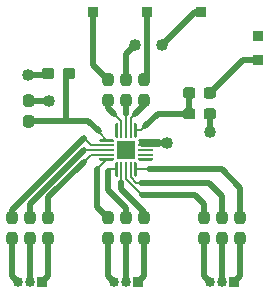
<source format=gbr>
%TF.GenerationSoftware,KiCad,Pcbnew,5.1.6+dfsg1-1~bpo10+1*%
%TF.CreationDate,2020-10-18T13:18:18-04:00*%
%TF.ProjectId,QAZ_rgb_led_breakoutboard,51415a5f-7267-4625-9f6c-65645f627265,v1.0*%
%TF.SameCoordinates,Original*%
%TF.FileFunction,Copper,L1,Top*%
%TF.FilePolarity,Positive*%
%FSLAX46Y46*%
G04 Gerber Fmt 4.6, Leading zero omitted, Abs format (unit mm)*
G04 Created by KiCad (PCBNEW 5.1.6+dfsg1-1~bpo10+1) date 2020-10-18 13:18:18*
%MOMM*%
%LPD*%
G01*
G04 APERTURE LIST*
%TA.AperFunction,ComponentPad*%
%ADD10O,0.850000X0.850000*%
%TD*%
%TA.AperFunction,ComponentPad*%
%ADD11R,0.850000X0.850000*%
%TD*%
%TA.AperFunction,ComponentPad*%
%ADD12R,1.650000X1.650000*%
%TD*%
%TA.AperFunction,ViaPad*%
%ADD13C,1.016000*%
%TD*%
%TA.AperFunction,Conductor*%
%ADD14C,0.508000*%
%TD*%
%TA.AperFunction,Conductor*%
%ADD15C,0.660400*%
%TD*%
%TA.AperFunction,Conductor*%
%ADD16C,0.203200*%
%TD*%
G04 APERTURE END LIST*
%TO.P,SB13,2*%
%TO.N,Net-(J8-Pad1)*%
%TA.AperFunction,SMDPad,CuDef*%
G36*
G01*
X146574500Y-90774000D02*
X147049500Y-90774000D01*
G75*
G02*
X147287000Y-91011500I0J-237500D01*
G01*
X147287000Y-91586500D01*
G75*
G02*
X147049500Y-91824000I-237500J0D01*
G01*
X146574500Y-91824000D01*
G75*
G02*
X146337000Y-91586500I0J237500D01*
G01*
X146337000Y-91011500D01*
G75*
G02*
X146574500Y-90774000I237500J0D01*
G01*
G37*
%TD.AperFunction*%
%TO.P,SB13,1*%
%TO.N,Net-(SB13-Pad1)*%
%TA.AperFunction,SMDPad,CuDef*%
G36*
G01*
X146574500Y-89024000D02*
X147049500Y-89024000D01*
G75*
G02*
X147287000Y-89261500I0J-237500D01*
G01*
X147287000Y-89836500D01*
G75*
G02*
X147049500Y-90074000I-237500J0D01*
G01*
X146574500Y-90074000D01*
G75*
G02*
X146337000Y-89836500I0J237500D01*
G01*
X146337000Y-89261500D01*
G75*
G02*
X146574500Y-89024000I237500J0D01*
G01*
G37*
%TD.AperFunction*%
%TD*%
%TO.P,SB12,2*%
%TO.N,Net-(J8-Pad2)*%
%TA.AperFunction,SMDPad,CuDef*%
G36*
G01*
X145050500Y-90774000D02*
X145525500Y-90774000D01*
G75*
G02*
X145763000Y-91011500I0J-237500D01*
G01*
X145763000Y-91586500D01*
G75*
G02*
X145525500Y-91824000I-237500J0D01*
G01*
X145050500Y-91824000D01*
G75*
G02*
X144813000Y-91586500I0J237500D01*
G01*
X144813000Y-91011500D01*
G75*
G02*
X145050500Y-90774000I237500J0D01*
G01*
G37*
%TD.AperFunction*%
%TO.P,SB12,1*%
%TO.N,Net-(SB12-Pad1)*%
%TA.AperFunction,SMDPad,CuDef*%
G36*
G01*
X145050500Y-89024000D02*
X145525500Y-89024000D01*
G75*
G02*
X145763000Y-89261500I0J-237500D01*
G01*
X145763000Y-89836500D01*
G75*
G02*
X145525500Y-90074000I-237500J0D01*
G01*
X145050500Y-90074000D01*
G75*
G02*
X144813000Y-89836500I0J237500D01*
G01*
X144813000Y-89261500D01*
G75*
G02*
X145050500Y-89024000I237500J0D01*
G01*
G37*
%TD.AperFunction*%
%TD*%
%TO.P,SB11,2*%
%TO.N,Net-(J8-Pad3)*%
%TA.AperFunction,SMDPad,CuDef*%
G36*
G01*
X143526500Y-90774000D02*
X144001500Y-90774000D01*
G75*
G02*
X144239000Y-91011500I0J-237500D01*
G01*
X144239000Y-91586500D01*
G75*
G02*
X144001500Y-91824000I-237500J0D01*
G01*
X143526500Y-91824000D01*
G75*
G02*
X143289000Y-91586500I0J237500D01*
G01*
X143289000Y-91011500D01*
G75*
G02*
X143526500Y-90774000I237500J0D01*
G01*
G37*
%TD.AperFunction*%
%TO.P,SB11,1*%
%TO.N,Net-(SB11-Pad1)*%
%TA.AperFunction,SMDPad,CuDef*%
G36*
G01*
X143526500Y-89024000D02*
X144001500Y-89024000D01*
G75*
G02*
X144239000Y-89261500I0J-237500D01*
G01*
X144239000Y-89836500D01*
G75*
G02*
X144001500Y-90074000I-237500J0D01*
G01*
X143526500Y-90074000D01*
G75*
G02*
X143289000Y-89836500I0J237500D01*
G01*
X143289000Y-89261500D01*
G75*
G02*
X143526500Y-89024000I237500J0D01*
G01*
G37*
%TD.AperFunction*%
%TD*%
%TO.P,SB10,2*%
%TO.N,Net-(J7-Pad1)*%
%TA.AperFunction,SMDPad,CuDef*%
G36*
G01*
X138446500Y-90774000D02*
X138921500Y-90774000D01*
G75*
G02*
X139159000Y-91011500I0J-237500D01*
G01*
X139159000Y-91586500D01*
G75*
G02*
X138921500Y-91824000I-237500J0D01*
G01*
X138446500Y-91824000D01*
G75*
G02*
X138209000Y-91586500I0J237500D01*
G01*
X138209000Y-91011500D01*
G75*
G02*
X138446500Y-90774000I237500J0D01*
G01*
G37*
%TD.AperFunction*%
%TO.P,SB10,1*%
%TO.N,Net-(SB10-Pad1)*%
%TA.AperFunction,SMDPad,CuDef*%
G36*
G01*
X138446500Y-89024000D02*
X138921500Y-89024000D01*
G75*
G02*
X139159000Y-89261500I0J-237500D01*
G01*
X139159000Y-89836500D01*
G75*
G02*
X138921500Y-90074000I-237500J0D01*
G01*
X138446500Y-90074000D01*
G75*
G02*
X138209000Y-89836500I0J237500D01*
G01*
X138209000Y-89261500D01*
G75*
G02*
X138446500Y-89024000I237500J0D01*
G01*
G37*
%TD.AperFunction*%
%TD*%
%TO.P,SB9,1*%
%TO.N,Net-(SB9-Pad1)*%
%TA.AperFunction,SMDPad,CuDef*%
G36*
G01*
X136922500Y-89024000D02*
X137397500Y-89024000D01*
G75*
G02*
X137635000Y-89261500I0J-237500D01*
G01*
X137635000Y-89836500D01*
G75*
G02*
X137397500Y-90074000I-237500J0D01*
G01*
X136922500Y-90074000D01*
G75*
G02*
X136685000Y-89836500I0J237500D01*
G01*
X136685000Y-89261500D01*
G75*
G02*
X136922500Y-89024000I237500J0D01*
G01*
G37*
%TD.AperFunction*%
%TO.P,SB9,2*%
%TO.N,Net-(J7-Pad2)*%
%TA.AperFunction,SMDPad,CuDef*%
G36*
G01*
X136922500Y-90774000D02*
X137397500Y-90774000D01*
G75*
G02*
X137635000Y-91011500I0J-237500D01*
G01*
X137635000Y-91586500D01*
G75*
G02*
X137397500Y-91824000I-237500J0D01*
G01*
X136922500Y-91824000D01*
G75*
G02*
X136685000Y-91586500I0J237500D01*
G01*
X136685000Y-91011500D01*
G75*
G02*
X136922500Y-90774000I237500J0D01*
G01*
G37*
%TD.AperFunction*%
%TD*%
%TO.P,SB8,2*%
%TO.N,Net-(J7-Pad3)*%
%TA.AperFunction,SMDPad,CuDef*%
G36*
G01*
X135398500Y-90774000D02*
X135873500Y-90774000D01*
G75*
G02*
X136111000Y-91011500I0J-237500D01*
G01*
X136111000Y-91586500D01*
G75*
G02*
X135873500Y-91824000I-237500J0D01*
G01*
X135398500Y-91824000D01*
G75*
G02*
X135161000Y-91586500I0J237500D01*
G01*
X135161000Y-91011500D01*
G75*
G02*
X135398500Y-90774000I237500J0D01*
G01*
G37*
%TD.AperFunction*%
%TO.P,SB8,1*%
%TO.N,Net-(SB8-Pad1)*%
%TA.AperFunction,SMDPad,CuDef*%
G36*
G01*
X135398500Y-89024000D02*
X135873500Y-89024000D01*
G75*
G02*
X136111000Y-89261500I0J-237500D01*
G01*
X136111000Y-89836500D01*
G75*
G02*
X135873500Y-90074000I-237500J0D01*
G01*
X135398500Y-90074000D01*
G75*
G02*
X135161000Y-89836500I0J237500D01*
G01*
X135161000Y-89261500D01*
G75*
G02*
X135398500Y-89024000I237500J0D01*
G01*
G37*
%TD.AperFunction*%
%TD*%
%TO.P,SB7,2*%
%TO.N,Net-(J6-Pad1)*%
%TA.AperFunction,SMDPad,CuDef*%
G36*
G01*
X130318500Y-90774000D02*
X130793500Y-90774000D01*
G75*
G02*
X131031000Y-91011500I0J-237500D01*
G01*
X131031000Y-91586500D01*
G75*
G02*
X130793500Y-91824000I-237500J0D01*
G01*
X130318500Y-91824000D01*
G75*
G02*
X130081000Y-91586500I0J237500D01*
G01*
X130081000Y-91011500D01*
G75*
G02*
X130318500Y-90774000I237500J0D01*
G01*
G37*
%TD.AperFunction*%
%TO.P,SB7,1*%
%TO.N,Net-(SB7-Pad1)*%
%TA.AperFunction,SMDPad,CuDef*%
G36*
G01*
X130318500Y-89024000D02*
X130793500Y-89024000D01*
G75*
G02*
X131031000Y-89261500I0J-237500D01*
G01*
X131031000Y-89836500D01*
G75*
G02*
X130793500Y-90074000I-237500J0D01*
G01*
X130318500Y-90074000D01*
G75*
G02*
X130081000Y-89836500I0J237500D01*
G01*
X130081000Y-89261500D01*
G75*
G02*
X130318500Y-89024000I237500J0D01*
G01*
G37*
%TD.AperFunction*%
%TD*%
%TO.P,SB6,2*%
%TO.N,Net-(J6-Pad2)*%
%TA.AperFunction,SMDPad,CuDef*%
G36*
G01*
X128794500Y-90774000D02*
X129269500Y-90774000D01*
G75*
G02*
X129507000Y-91011500I0J-237500D01*
G01*
X129507000Y-91586500D01*
G75*
G02*
X129269500Y-91824000I-237500J0D01*
G01*
X128794500Y-91824000D01*
G75*
G02*
X128557000Y-91586500I0J237500D01*
G01*
X128557000Y-91011500D01*
G75*
G02*
X128794500Y-90774000I237500J0D01*
G01*
G37*
%TD.AperFunction*%
%TO.P,SB6,1*%
%TO.N,Net-(SB6-Pad1)*%
%TA.AperFunction,SMDPad,CuDef*%
G36*
G01*
X128794500Y-89024000D02*
X129269500Y-89024000D01*
G75*
G02*
X129507000Y-89261500I0J-237500D01*
G01*
X129507000Y-89836500D01*
G75*
G02*
X129269500Y-90074000I-237500J0D01*
G01*
X128794500Y-90074000D01*
G75*
G02*
X128557000Y-89836500I0J237500D01*
G01*
X128557000Y-89261500D01*
G75*
G02*
X128794500Y-89024000I237500J0D01*
G01*
G37*
%TD.AperFunction*%
%TD*%
%TO.P,SB5,2*%
%TO.N,Net-(J6-Pad3)*%
%TA.AperFunction,SMDPad,CuDef*%
G36*
G01*
X127270500Y-90774000D02*
X127745500Y-90774000D01*
G75*
G02*
X127983000Y-91011500I0J-237500D01*
G01*
X127983000Y-91586500D01*
G75*
G02*
X127745500Y-91824000I-237500J0D01*
G01*
X127270500Y-91824000D01*
G75*
G02*
X127033000Y-91586500I0J237500D01*
G01*
X127033000Y-91011500D01*
G75*
G02*
X127270500Y-90774000I237500J0D01*
G01*
G37*
%TD.AperFunction*%
%TO.P,SB5,1*%
%TO.N,Net-(SB5-Pad1)*%
%TA.AperFunction,SMDPad,CuDef*%
G36*
G01*
X127270500Y-89024000D02*
X127745500Y-89024000D01*
G75*
G02*
X127983000Y-89261500I0J-237500D01*
G01*
X127983000Y-89836500D01*
G75*
G02*
X127745500Y-90074000I-237500J0D01*
G01*
X127270500Y-90074000D01*
G75*
G02*
X127033000Y-89836500I0J237500D01*
G01*
X127033000Y-89261500D01*
G75*
G02*
X127270500Y-89024000I237500J0D01*
G01*
G37*
%TD.AperFunction*%
%TD*%
D10*
%TO.P,J8,3*%
%TO.N,Net-(J8-Pad3)*%
X144304000Y-94996000D03*
%TO.P,J8,2*%
%TO.N,Net-(J8-Pad2)*%
X145304000Y-94996000D03*
D11*
%TO.P,J8,1*%
%TO.N,Net-(J8-Pad1)*%
X146304000Y-94996000D03*
%TD*%
D10*
%TO.P,J7,3*%
%TO.N,Net-(J7-Pad3)*%
X136176000Y-94996000D03*
%TO.P,J7,2*%
%TO.N,Net-(J7-Pad2)*%
X137176000Y-94996000D03*
D11*
%TO.P,J7,1*%
%TO.N,Net-(J7-Pad1)*%
X138176000Y-94996000D03*
%TD*%
D10*
%TO.P,J6,3*%
%TO.N,Net-(J6-Pad3)*%
X128048000Y-94996000D03*
%TO.P,J6,2*%
%TO.N,Net-(J6-Pad2)*%
X129048000Y-94996000D03*
D11*
%TO.P,J6,1*%
%TO.N,Net-(J6-Pad1)*%
X130048000Y-94996000D03*
%TD*%
%TO.P,C1,2*%
%TO.N,GND*%
%TA.AperFunction,SMDPad,CuDef*%
G36*
G01*
X143733000Y-80999500D02*
X143733000Y-80524500D01*
G75*
G02*
X143970500Y-80287000I237500J0D01*
G01*
X144545500Y-80287000D01*
G75*
G02*
X144783000Y-80524500I0J-237500D01*
G01*
X144783000Y-80999500D01*
G75*
G02*
X144545500Y-81237000I-237500J0D01*
G01*
X143970500Y-81237000D01*
G75*
G02*
X143733000Y-80999500I0J237500D01*
G01*
G37*
%TD.AperFunction*%
%TO.P,C1,1*%
%TO.N,Net-(C1-Pad1)*%
%TA.AperFunction,SMDPad,CuDef*%
G36*
G01*
X141983000Y-80999500D02*
X141983000Y-80524500D01*
G75*
G02*
X142220500Y-80287000I237500J0D01*
G01*
X142795500Y-80287000D01*
G75*
G02*
X143033000Y-80524500I0J-237500D01*
G01*
X143033000Y-80999500D01*
G75*
G02*
X142795500Y-81237000I-237500J0D01*
G01*
X142220500Y-81237000D01*
G75*
G02*
X141983000Y-80999500I0J237500D01*
G01*
G37*
%TD.AperFunction*%
%TD*%
%TO.P,C2,1*%
%TO.N,Net-(C2-Pad1)*%
%TA.AperFunction,SMDPad,CuDef*%
G36*
G01*
X129142500Y-81918000D02*
X128667500Y-81918000D01*
G75*
G02*
X128430000Y-81680500I0J237500D01*
G01*
X128430000Y-81105500D01*
G75*
G02*
X128667500Y-80868000I237500J0D01*
G01*
X129142500Y-80868000D01*
G75*
G02*
X129380000Y-81105500I0J-237500D01*
G01*
X129380000Y-81680500D01*
G75*
G02*
X129142500Y-81918000I-237500J0D01*
G01*
G37*
%TD.AperFunction*%
%TO.P,C2,2*%
%TO.N,GND*%
%TA.AperFunction,SMDPad,CuDef*%
G36*
G01*
X129142500Y-80168000D02*
X128667500Y-80168000D01*
G75*
G02*
X128430000Y-79930500I0J237500D01*
G01*
X128430000Y-79355500D01*
G75*
G02*
X128667500Y-79118000I237500J0D01*
G01*
X129142500Y-79118000D01*
G75*
G02*
X129380000Y-79355500I0J-237500D01*
G01*
X129380000Y-79930500D01*
G75*
G02*
X129142500Y-80168000I-237500J0D01*
G01*
G37*
%TD.AperFunction*%
%TD*%
%TO.P,J1,1*%
%TO.N,+3V3*%
X148336000Y-76200000D03*
%TD*%
%TO.P,J2,1*%
%TO.N,/LED_EN*%
X134366000Y-72136000D03*
%TD*%
%TO.P,J3,1*%
%TO.N,/LED_SDA*%
X138938000Y-72136000D03*
%TD*%
%TO.P,J4,1*%
%TO.N,/LED_SCL*%
X143510000Y-72136000D03*
%TD*%
%TO.P,J5,1*%
%TO.N,GND*%
X148336000Y-74168000D03*
%TD*%
%TO.P,R1,1*%
%TO.N,Net-(C2-Pad1)*%
%TA.AperFunction,SMDPad,CuDef*%
G36*
G01*
X132845000Y-77105500D02*
X132845000Y-77580500D01*
G75*
G02*
X132607500Y-77818000I-237500J0D01*
G01*
X132032500Y-77818000D01*
G75*
G02*
X131795000Y-77580500I0J237500D01*
G01*
X131795000Y-77105500D01*
G75*
G02*
X132032500Y-76868000I237500J0D01*
G01*
X132607500Y-76868000D01*
G75*
G02*
X132845000Y-77105500I0J-237500D01*
G01*
G37*
%TD.AperFunction*%
%TO.P,R1,2*%
%TO.N,GND*%
%TA.AperFunction,SMDPad,CuDef*%
G36*
G01*
X131095000Y-77105500D02*
X131095000Y-77580500D01*
G75*
G02*
X130857500Y-77818000I-237500J0D01*
G01*
X130282500Y-77818000D01*
G75*
G02*
X130045000Y-77580500I0J237500D01*
G01*
X130045000Y-77105500D01*
G75*
G02*
X130282500Y-76868000I237500J0D01*
G01*
X130857500Y-76868000D01*
G75*
G02*
X131095000Y-77105500I0J-237500D01*
G01*
G37*
%TD.AperFunction*%
%TD*%
%TO.P,SB1,2*%
%TO.N,Net-(C1-Pad1)*%
%TA.AperFunction,SMDPad,CuDef*%
G36*
G01*
X143028000Y-78756500D02*
X143028000Y-79231500D01*
G75*
G02*
X142790500Y-79469000I-237500J0D01*
G01*
X142215500Y-79469000D01*
G75*
G02*
X141978000Y-79231500I0J237500D01*
G01*
X141978000Y-78756500D01*
G75*
G02*
X142215500Y-78519000I237500J0D01*
G01*
X142790500Y-78519000D01*
G75*
G02*
X143028000Y-78756500I0J-237500D01*
G01*
G37*
%TD.AperFunction*%
%TO.P,SB1,1*%
%TO.N,+3V3*%
%TA.AperFunction,SMDPad,CuDef*%
G36*
G01*
X144778000Y-78756500D02*
X144778000Y-79231500D01*
G75*
G02*
X144540500Y-79469000I-237500J0D01*
G01*
X143965500Y-79469000D01*
G75*
G02*
X143728000Y-79231500I0J237500D01*
G01*
X143728000Y-78756500D01*
G75*
G02*
X143965500Y-78519000I237500J0D01*
G01*
X144540500Y-78519000D01*
G75*
G02*
X144778000Y-78756500I0J-237500D01*
G01*
G37*
%TD.AperFunction*%
%TD*%
%TO.P,SB2,1*%
%TO.N,/LED_EN*%
%TA.AperFunction,SMDPad,CuDef*%
G36*
G01*
X135398500Y-77340000D02*
X135873500Y-77340000D01*
G75*
G02*
X136111000Y-77577500I0J-237500D01*
G01*
X136111000Y-78152500D01*
G75*
G02*
X135873500Y-78390000I-237500J0D01*
G01*
X135398500Y-78390000D01*
G75*
G02*
X135161000Y-78152500I0J237500D01*
G01*
X135161000Y-77577500D01*
G75*
G02*
X135398500Y-77340000I237500J0D01*
G01*
G37*
%TD.AperFunction*%
%TO.P,SB2,2*%
%TO.N,Net-(SB2-Pad2)*%
%TA.AperFunction,SMDPad,CuDef*%
G36*
G01*
X135398500Y-79090000D02*
X135873500Y-79090000D01*
G75*
G02*
X136111000Y-79327500I0J-237500D01*
G01*
X136111000Y-79902500D01*
G75*
G02*
X135873500Y-80140000I-237500J0D01*
G01*
X135398500Y-80140000D01*
G75*
G02*
X135161000Y-79902500I0J237500D01*
G01*
X135161000Y-79327500D01*
G75*
G02*
X135398500Y-79090000I237500J0D01*
G01*
G37*
%TD.AperFunction*%
%TD*%
%TO.P,SB3,2*%
%TO.N,Net-(SB3-Pad2)*%
%TA.AperFunction,SMDPad,CuDef*%
G36*
G01*
X138446500Y-79090000D02*
X138921500Y-79090000D01*
G75*
G02*
X139159000Y-79327500I0J-237500D01*
G01*
X139159000Y-79902500D01*
G75*
G02*
X138921500Y-80140000I-237500J0D01*
G01*
X138446500Y-80140000D01*
G75*
G02*
X138209000Y-79902500I0J237500D01*
G01*
X138209000Y-79327500D01*
G75*
G02*
X138446500Y-79090000I237500J0D01*
G01*
G37*
%TD.AperFunction*%
%TO.P,SB3,1*%
%TO.N,/LED_SDA*%
%TA.AperFunction,SMDPad,CuDef*%
G36*
G01*
X138446500Y-77340000D02*
X138921500Y-77340000D01*
G75*
G02*
X139159000Y-77577500I0J-237500D01*
G01*
X139159000Y-78152500D01*
G75*
G02*
X138921500Y-78390000I-237500J0D01*
G01*
X138446500Y-78390000D01*
G75*
G02*
X138209000Y-78152500I0J237500D01*
G01*
X138209000Y-77577500D01*
G75*
G02*
X138446500Y-77340000I237500J0D01*
G01*
G37*
%TD.AperFunction*%
%TD*%
%TO.P,SB4,1*%
%TO.N,/LED_SCL*%
%TA.AperFunction,SMDPad,CuDef*%
G36*
G01*
X136922500Y-77340000D02*
X137397500Y-77340000D01*
G75*
G02*
X137635000Y-77577500I0J-237500D01*
G01*
X137635000Y-78152500D01*
G75*
G02*
X137397500Y-78390000I-237500J0D01*
G01*
X136922500Y-78390000D01*
G75*
G02*
X136685000Y-78152500I0J237500D01*
G01*
X136685000Y-77577500D01*
G75*
G02*
X136922500Y-77340000I237500J0D01*
G01*
G37*
%TD.AperFunction*%
%TO.P,SB4,2*%
%TO.N,Net-(SB4-Pad2)*%
%TA.AperFunction,SMDPad,CuDef*%
G36*
G01*
X136922500Y-79090000D02*
X137397500Y-79090000D01*
G75*
G02*
X137635000Y-79327500I0J-237500D01*
G01*
X137635000Y-79902500D01*
G75*
G02*
X137397500Y-80140000I-237500J0D01*
G01*
X136922500Y-80140000D01*
G75*
G02*
X136685000Y-79902500I0J237500D01*
G01*
X136685000Y-79327500D01*
G75*
G02*
X136922500Y-79090000I237500J0D01*
G01*
G37*
%TD.AperFunction*%
%TD*%
%TO.P,U1,14*%
%TO.N,GND*%
%TA.AperFunction,SMDPad,CuDef*%
G36*
G01*
X138185000Y-83470000D02*
X138185000Y-83370000D01*
G75*
G02*
X138235000Y-83320000I50000J0D01*
G01*
X139385000Y-83320000D01*
G75*
G02*
X139435000Y-83370000I0J-50000D01*
G01*
X139435000Y-83470000D01*
G75*
G02*
X139385000Y-83520000I-50000J0D01*
G01*
X138235000Y-83520000D01*
G75*
G02*
X138185000Y-83470000I0J50000D01*
G01*
G37*
%TD.AperFunction*%
%TO.P,U1,6*%
%TO.N,Net-(SB9-Pad1)*%
%TA.AperFunction,SMDPad,CuDef*%
G36*
G01*
X136260000Y-86045000D02*
X136260000Y-84895000D01*
G75*
G02*
X136310000Y-84845000I50000J0D01*
G01*
X136410000Y-84845000D01*
G75*
G02*
X136460000Y-84895000I0J-50000D01*
G01*
X136460000Y-86045000D01*
G75*
G02*
X136410000Y-86095000I-50000J0D01*
G01*
X136310000Y-86095000D01*
G75*
G02*
X136260000Y-86045000I0J50000D01*
G01*
G37*
%TD.AperFunction*%
%TO.P,U1,18*%
%TO.N,Net-(SB4-Pad2)*%
%TA.AperFunction,SMDPad,CuDef*%
G36*
G01*
X137060000Y-82745000D02*
X137060000Y-81595000D01*
G75*
G02*
X137110000Y-81545000I50000J0D01*
G01*
X137210000Y-81545000D01*
G75*
G02*
X137260000Y-81595000I0J-50000D01*
G01*
X137260000Y-82745000D01*
G75*
G02*
X137210000Y-82795000I-50000J0D01*
G01*
X137110000Y-82795000D01*
G75*
G02*
X137060000Y-82745000I0J50000D01*
G01*
G37*
%TD.AperFunction*%
%TO.P,U1,11*%
%TO.N,N/C*%
%TA.AperFunction,SMDPad,CuDef*%
G36*
G01*
X138185000Y-84670000D02*
X138185000Y-84570000D01*
G75*
G02*
X138235000Y-84520000I50000J0D01*
G01*
X139385000Y-84520000D01*
G75*
G02*
X139435000Y-84570000I0J-50000D01*
G01*
X139435000Y-84670000D01*
G75*
G02*
X139385000Y-84720000I-50000J0D01*
G01*
X138235000Y-84720000D01*
G75*
G02*
X138185000Y-84670000I0J50000D01*
G01*
G37*
%TD.AperFunction*%
%TO.P,U1,5*%
%TO.N,Net-(SB8-Pad1)*%
%TA.AperFunction,SMDPad,CuDef*%
G36*
G01*
X134885000Y-84670000D02*
X134885000Y-84570000D01*
G75*
G02*
X134935000Y-84520000I50000J0D01*
G01*
X136085000Y-84520000D01*
G75*
G02*
X136135000Y-84570000I0J-50000D01*
G01*
X136135000Y-84670000D01*
G75*
G02*
X136085000Y-84720000I-50000J0D01*
G01*
X134935000Y-84720000D01*
G75*
G02*
X134885000Y-84670000I0J50000D01*
G01*
G37*
%TD.AperFunction*%
%TO.P,U1,13*%
%TO.N,N/C*%
%TA.AperFunction,SMDPad,CuDef*%
G36*
G01*
X138185000Y-83870000D02*
X138185000Y-83770000D01*
G75*
G02*
X138235000Y-83720000I50000J0D01*
G01*
X139385000Y-83720000D01*
G75*
G02*
X139435000Y-83770000I0J-50000D01*
G01*
X139435000Y-83870000D01*
G75*
G02*
X139385000Y-83920000I-50000J0D01*
G01*
X138235000Y-83920000D01*
G75*
G02*
X138185000Y-83870000I0J50000D01*
G01*
G37*
%TD.AperFunction*%
%TO.P,U1,16*%
%TO.N,Net-(C1-Pad1)*%
%TA.AperFunction,SMDPad,CuDef*%
G36*
G01*
X137860000Y-82745000D02*
X137860000Y-81595000D01*
G75*
G02*
X137910000Y-81545000I50000J0D01*
G01*
X138010000Y-81545000D01*
G75*
G02*
X138060000Y-81595000I0J-50000D01*
G01*
X138060000Y-82745000D01*
G75*
G02*
X138010000Y-82795000I-50000J0D01*
G01*
X137910000Y-82795000D01*
G75*
G02*
X137860000Y-82745000I0J50000D01*
G01*
G37*
%TD.AperFunction*%
%TO.P,U1,19*%
%TO.N,Net-(SB2-Pad2)*%
%TA.AperFunction,SMDPad,CuDef*%
G36*
G01*
X136660000Y-82745000D02*
X136660000Y-81595000D01*
G75*
G02*
X136710000Y-81545000I50000J0D01*
G01*
X136810000Y-81545000D01*
G75*
G02*
X136860000Y-81595000I0J-50000D01*
G01*
X136860000Y-82745000D01*
G75*
G02*
X136810000Y-82795000I-50000J0D01*
G01*
X136710000Y-82795000D01*
G75*
G02*
X136660000Y-82745000I0J50000D01*
G01*
G37*
%TD.AperFunction*%
%TO.P,U1,10*%
%TO.N,Net-(SB13-Pad1)*%
%TA.AperFunction,SMDPad,CuDef*%
G36*
G01*
X137860000Y-86045000D02*
X137860000Y-84895000D01*
G75*
G02*
X137910000Y-84845000I50000J0D01*
G01*
X138010000Y-84845000D01*
G75*
G02*
X138060000Y-84895000I0J-50000D01*
G01*
X138060000Y-86045000D01*
G75*
G02*
X138010000Y-86095000I-50000J0D01*
G01*
X137910000Y-86095000D01*
G75*
G02*
X137860000Y-86045000I0J50000D01*
G01*
G37*
%TD.AperFunction*%
%TO.P,U1,15*%
%TO.N,GND*%
%TA.AperFunction,SMDPad,CuDef*%
G36*
G01*
X138185000Y-83070000D02*
X138185000Y-82970000D01*
G75*
G02*
X138235000Y-82920000I50000J0D01*
G01*
X139385000Y-82920000D01*
G75*
G02*
X139435000Y-82970000I0J-50000D01*
G01*
X139435000Y-83070000D01*
G75*
G02*
X139385000Y-83120000I-50000J0D01*
G01*
X138235000Y-83120000D01*
G75*
G02*
X138185000Y-83070000I0J50000D01*
G01*
G37*
%TD.AperFunction*%
%TO.P,U1,8*%
%TO.N,Net-(SB11-Pad1)*%
%TA.AperFunction,SMDPad,CuDef*%
G36*
G01*
X137060000Y-86045000D02*
X137060000Y-84895000D01*
G75*
G02*
X137110000Y-84845000I50000J0D01*
G01*
X137210000Y-84845000D01*
G75*
G02*
X137260000Y-84895000I0J-50000D01*
G01*
X137260000Y-86045000D01*
G75*
G02*
X137210000Y-86095000I-50000J0D01*
G01*
X137110000Y-86095000D01*
G75*
G02*
X137060000Y-86045000I0J50000D01*
G01*
G37*
%TD.AperFunction*%
%TO.P,U1,4*%
%TO.N,Net-(SB7-Pad1)*%
%TA.AperFunction,SMDPad,CuDef*%
G36*
G01*
X134885000Y-84270000D02*
X134885000Y-84170000D01*
G75*
G02*
X134935000Y-84120000I50000J0D01*
G01*
X136085000Y-84120000D01*
G75*
G02*
X136135000Y-84170000I0J-50000D01*
G01*
X136135000Y-84270000D01*
G75*
G02*
X136085000Y-84320000I-50000J0D01*
G01*
X134935000Y-84320000D01*
G75*
G02*
X134885000Y-84270000I0J50000D01*
G01*
G37*
%TD.AperFunction*%
%TO.P,U1,17*%
%TO.N,Net-(SB3-Pad2)*%
%TA.AperFunction,SMDPad,CuDef*%
G36*
G01*
X137460000Y-82745000D02*
X137460000Y-81595000D01*
G75*
G02*
X137510000Y-81545000I50000J0D01*
G01*
X137610000Y-81545000D01*
G75*
G02*
X137660000Y-81595000I0J-50000D01*
G01*
X137660000Y-82745000D01*
G75*
G02*
X137610000Y-82795000I-50000J0D01*
G01*
X137510000Y-82795000D01*
G75*
G02*
X137460000Y-82745000I0J50000D01*
G01*
G37*
%TD.AperFunction*%
%TO.P,U1,20*%
%TO.N,Net-(U1-Pad20)*%
%TA.AperFunction,SMDPad,CuDef*%
G36*
G01*
X136260000Y-82745000D02*
X136260000Y-81595000D01*
G75*
G02*
X136310000Y-81545000I50000J0D01*
G01*
X136410000Y-81545000D01*
G75*
G02*
X136460000Y-81595000I0J-50000D01*
G01*
X136460000Y-82745000D01*
G75*
G02*
X136410000Y-82795000I-50000J0D01*
G01*
X136310000Y-82795000D01*
G75*
G02*
X136260000Y-82745000I0J50000D01*
G01*
G37*
%TD.AperFunction*%
%TO.P,U1,9*%
%TO.N,Net-(SB12-Pad1)*%
%TA.AperFunction,SMDPad,CuDef*%
G36*
G01*
X137460000Y-86045000D02*
X137460000Y-84895000D01*
G75*
G02*
X137510000Y-84845000I50000J0D01*
G01*
X137610000Y-84845000D01*
G75*
G02*
X137660000Y-84895000I0J-50000D01*
G01*
X137660000Y-86045000D01*
G75*
G02*
X137610000Y-86095000I-50000J0D01*
G01*
X137510000Y-86095000D01*
G75*
G02*
X137460000Y-86045000I0J50000D01*
G01*
G37*
%TD.AperFunction*%
%TO.P,U1,12*%
%TO.N,N/C*%
%TA.AperFunction,SMDPad,CuDef*%
G36*
G01*
X138185000Y-84270000D02*
X138185000Y-84170000D01*
G75*
G02*
X138235000Y-84120000I50000J0D01*
G01*
X139385000Y-84120000D01*
G75*
G02*
X139435000Y-84170000I0J-50000D01*
G01*
X139435000Y-84270000D01*
G75*
G02*
X139385000Y-84320000I-50000J0D01*
G01*
X138235000Y-84320000D01*
G75*
G02*
X138185000Y-84270000I0J50000D01*
G01*
G37*
%TD.AperFunction*%
%TO.P,U1,7*%
%TO.N,Net-(SB10-Pad1)*%
%TA.AperFunction,SMDPad,CuDef*%
G36*
G01*
X136660000Y-86045000D02*
X136660000Y-84895000D01*
G75*
G02*
X136710000Y-84845000I50000J0D01*
G01*
X136810000Y-84845000D01*
G75*
G02*
X136860000Y-84895000I0J-50000D01*
G01*
X136860000Y-86045000D01*
G75*
G02*
X136810000Y-86095000I-50000J0D01*
G01*
X136710000Y-86095000D01*
G75*
G02*
X136660000Y-86045000I0J50000D01*
G01*
G37*
%TD.AperFunction*%
%TO.P,U1,3*%
%TO.N,Net-(SB6-Pad1)*%
%TA.AperFunction,SMDPad,CuDef*%
G36*
G01*
X134885000Y-83870000D02*
X134885000Y-83770000D01*
G75*
G02*
X134935000Y-83720000I50000J0D01*
G01*
X136085000Y-83720000D01*
G75*
G02*
X136135000Y-83770000I0J-50000D01*
G01*
X136135000Y-83870000D01*
G75*
G02*
X136085000Y-83920000I-50000J0D01*
G01*
X134935000Y-83920000D01*
G75*
G02*
X134885000Y-83870000I0J50000D01*
G01*
G37*
%TD.AperFunction*%
%TO.P,U1,1*%
%TO.N,Net-(C2-Pad1)*%
%TA.AperFunction,SMDPad,CuDef*%
G36*
G01*
X134885000Y-83070000D02*
X134885000Y-82970000D01*
G75*
G02*
X134935000Y-82920000I50000J0D01*
G01*
X136085000Y-82920000D01*
G75*
G02*
X136135000Y-82970000I0J-50000D01*
G01*
X136135000Y-83070000D01*
G75*
G02*
X136085000Y-83120000I-50000J0D01*
G01*
X134935000Y-83120000D01*
G75*
G02*
X134885000Y-83070000I0J50000D01*
G01*
G37*
%TD.AperFunction*%
%TO.P,U1,2*%
%TO.N,Net-(SB5-Pad1)*%
%TA.AperFunction,SMDPad,CuDef*%
G36*
G01*
X134885000Y-83470000D02*
X134885000Y-83370000D01*
G75*
G02*
X134935000Y-83320000I50000J0D01*
G01*
X136085000Y-83320000D01*
G75*
G02*
X136135000Y-83370000I0J-50000D01*
G01*
X136135000Y-83470000D01*
G75*
G02*
X136085000Y-83520000I-50000J0D01*
G01*
X134935000Y-83520000D01*
G75*
G02*
X134885000Y-83470000I0J50000D01*
G01*
G37*
%TD.AperFunction*%
D12*
%TO.P,U1,21*%
%TO.N,GND*%
X137160000Y-83820000D03*
%TD*%
D13*
%TO.N,GND*%
X128865000Y-77433000D03*
X130655000Y-79643000D03*
X140600000Y-83200000D03*
X144282000Y-82278000D03*
%TO.N,/LED_SCL*%
X140208000Y-74930000D03*
X137922000Y-74930000D03*
%TD*%
D14*
%TO.N,GND*%
X130615000Y-77433000D02*
X128865000Y-77433000D01*
X128905000Y-79643000D02*
X130655000Y-79643000D01*
X130655000Y-79643000D02*
X130655000Y-79643000D01*
D15*
X139827000Y-83200000D02*
X138600000Y-83200000D01*
D14*
X139827000Y-83200000D02*
X140600000Y-83200000D01*
X140600000Y-83200000D02*
X140600000Y-83200000D01*
X144282000Y-80758000D02*
X144282000Y-82278000D01*
D16*
%TO.N,Net-(C1-Pad1)*%
X137960000Y-82170000D02*
X138430000Y-82170000D01*
X138430000Y-82170000D02*
X138800000Y-81800000D01*
D14*
X142503000Y-80757000D02*
X142508000Y-80762000D01*
X139838000Y-80762000D02*
X138800000Y-81800000D01*
X142508000Y-80762000D02*
X139838000Y-80762000D01*
X142508000Y-78999000D02*
X142503000Y-78994000D01*
X142508000Y-80762000D02*
X142508000Y-78999000D01*
%TO.N,Net-(C2-Pad1)*%
X132105000Y-81393000D02*
X128905000Y-81393000D01*
X132105000Y-77558000D02*
X132320000Y-77343000D01*
X132105000Y-81393000D02*
X132105000Y-77558000D01*
X132105000Y-81393000D02*
X133971000Y-81393000D01*
X133971000Y-81393000D02*
X134830000Y-82252000D01*
D16*
X135510000Y-83020000D02*
X134830000Y-82340000D01*
X134830000Y-82340000D02*
X134645000Y-82155000D01*
D14*
%TO.N,+3V3*%
X147047000Y-76200000D02*
X144253000Y-78994000D01*
X148336000Y-76200000D02*
X147047000Y-76200000D01*
%TO.N,/LED_EN*%
X134366000Y-76595000D02*
X135636000Y-77865000D01*
X134366000Y-72136000D02*
X134366000Y-76595000D01*
%TO.N,/LED_SDA*%
X138938000Y-77611000D02*
X138684000Y-77865000D01*
X138938000Y-72136000D02*
X138938000Y-77611000D01*
%TO.N,/LED_SCL*%
X143510000Y-72136000D02*
X143002000Y-72136000D01*
X143002000Y-72136000D02*
X140208000Y-74930000D01*
X140208000Y-74930000D02*
X140208000Y-74930000D01*
X137160000Y-75692000D02*
X137922000Y-74930000D01*
X137160000Y-77865000D02*
X137160000Y-75692000D01*
%TO.N,Net-(SB2-Pad2)*%
X135636000Y-79615000D02*
X135636000Y-80264000D01*
X135636000Y-80264000D02*
X136144000Y-80772000D01*
D16*
X136760000Y-81388000D02*
X136144000Y-80772000D01*
X136760000Y-82170000D02*
X136760000Y-81388000D01*
D14*
%TO.N,Net-(SB3-Pad2)*%
X138684000Y-79615000D02*
X138684000Y-80010000D01*
X138684000Y-80010000D02*
X137922000Y-80772000D01*
D16*
X137560000Y-81134000D02*
X137922000Y-80772000D01*
X137560000Y-82170000D02*
X137560000Y-81134000D01*
D14*
%TO.N,Net-(SB4-Pad2)*%
X137160000Y-79615000D02*
X137160000Y-80518000D01*
D16*
X137160000Y-82170000D02*
X137160000Y-80518000D01*
D14*
X137160000Y-80518000D02*
X137160000Y-80772000D01*
%TO.N,Net-(J6-Pad1)*%
X130556000Y-94488000D02*
X130048000Y-94996000D01*
X130556000Y-91299000D02*
X130556000Y-94488000D01*
%TO.N,Net-(J7-Pad1)*%
X138684000Y-94488000D02*
X138176000Y-94996000D01*
X138684000Y-91299000D02*
X138684000Y-94488000D01*
%TO.N,Net-(J8-Pad1)*%
X146812000Y-94488000D02*
X146304000Y-94996000D01*
X146812000Y-91299000D02*
X146812000Y-94488000D01*
%TO.N,Net-(J7-Pad2)*%
X137160000Y-94980000D02*
X137176000Y-94996000D01*
X137160000Y-91299000D02*
X137160000Y-94980000D01*
%TO.N,Net-(J7-Pad3)*%
X135636000Y-94456000D02*
X136176000Y-94996000D01*
X135636000Y-91299000D02*
X135636000Y-94456000D01*
%TO.N,Net-(J8-Pad3)*%
X143764000Y-94456000D02*
X144304000Y-94996000D01*
X143764000Y-91299000D02*
X143764000Y-94456000D01*
%TO.N,Net-(J8-Pad2)*%
X145288000Y-94980000D02*
X145304000Y-94996000D01*
X145288000Y-91299000D02*
X145288000Y-94980000D01*
%TO.N,Net-(J6-Pad2)*%
X129032000Y-94980000D02*
X129048000Y-94996000D01*
X129032000Y-91299000D02*
X129032000Y-94980000D01*
%TO.N,Net-(J6-Pad3)*%
X127508000Y-94456000D02*
X128048000Y-94996000D01*
X127508000Y-91299000D02*
X127508000Y-94456000D01*
D16*
%TO.N,Net-(SB5-Pad1)*%
X135510000Y-83420000D02*
X134220000Y-83420000D01*
X134220000Y-83420000D02*
X133600000Y-82800000D01*
D14*
X127508000Y-88892000D02*
X127508000Y-89549000D01*
X133600000Y-82800000D02*
X127508000Y-88892000D01*
D16*
%TO.N,Net-(SB6-Pad1)*%
X135510000Y-83820000D02*
X134020000Y-83820000D01*
X134020000Y-83820000D02*
X133620000Y-83820000D01*
D14*
X129032000Y-88368000D02*
X129032000Y-89549000D01*
X133580000Y-83820000D02*
X129032000Y-88368000D01*
X133620000Y-83820000D02*
X133580000Y-83820000D01*
D16*
%TO.N,Net-(SB7-Pad1)*%
X135510000Y-84220000D02*
X134180000Y-84220000D01*
X134180000Y-84220000D02*
X133600000Y-84800000D01*
D14*
X130556000Y-87844000D02*
X133600000Y-84800000D01*
X130556000Y-89549000D02*
X130556000Y-87844000D01*
D16*
%TO.N,Net-(SB8-Pad1)*%
X135510000Y-84620000D02*
X134730000Y-85400000D01*
D14*
X134730000Y-88643000D02*
X135636000Y-89549000D01*
X134730000Y-85400000D02*
X134730000Y-88643000D01*
D16*
%TO.N,Net-(SB9-Pad1)*%
X136360000Y-85470000D02*
X135730000Y-85470000D01*
X135730000Y-85470000D02*
X135600000Y-85600000D01*
D14*
X135600000Y-85600000D02*
X135600000Y-87200000D01*
X137160000Y-88760000D02*
X137160000Y-89549000D01*
X135600000Y-87200000D02*
X137160000Y-88760000D01*
D16*
%TO.N,Net-(SB10-Pad1)*%
X136760000Y-85470000D02*
X136760000Y-86560000D01*
D14*
X136760000Y-86560000D02*
X136760000Y-87160000D01*
X138684000Y-89084000D02*
X138684000Y-89549000D01*
X136760000Y-87160000D02*
X138684000Y-89084000D01*
D16*
%TO.N,Net-(SB11-Pad1)*%
X137160000Y-86241566D02*
X138518434Y-87600000D01*
X137160000Y-85470000D02*
X137160000Y-86241566D01*
D14*
X143764000Y-88364000D02*
X143764000Y-89549000D01*
X138518434Y-87600000D02*
X143000000Y-87600000D01*
X143000000Y-87600000D02*
X143764000Y-88364000D01*
D16*
%TO.N,Net-(SB12-Pad1)*%
X137560000Y-86124936D02*
X138035064Y-86600000D01*
X137560000Y-85470000D02*
X137560000Y-86124936D01*
X138035064Y-86600000D02*
X138400000Y-86600000D01*
D14*
X145288000Y-87688000D02*
X145288000Y-89549000D01*
X144200000Y-86600000D02*
X145288000Y-87688000D01*
X138400000Y-86600000D02*
X144200000Y-86600000D01*
D16*
%TO.N,Net-(SB13-Pad1)*%
X137960000Y-85470000D02*
X139070000Y-85470000D01*
D14*
X139070000Y-85470000D02*
X145270000Y-85470000D01*
X146812000Y-87012000D02*
X146812000Y-89549000D01*
X145270000Y-85470000D02*
X146812000Y-87012000D01*
%TD*%
M02*

</source>
